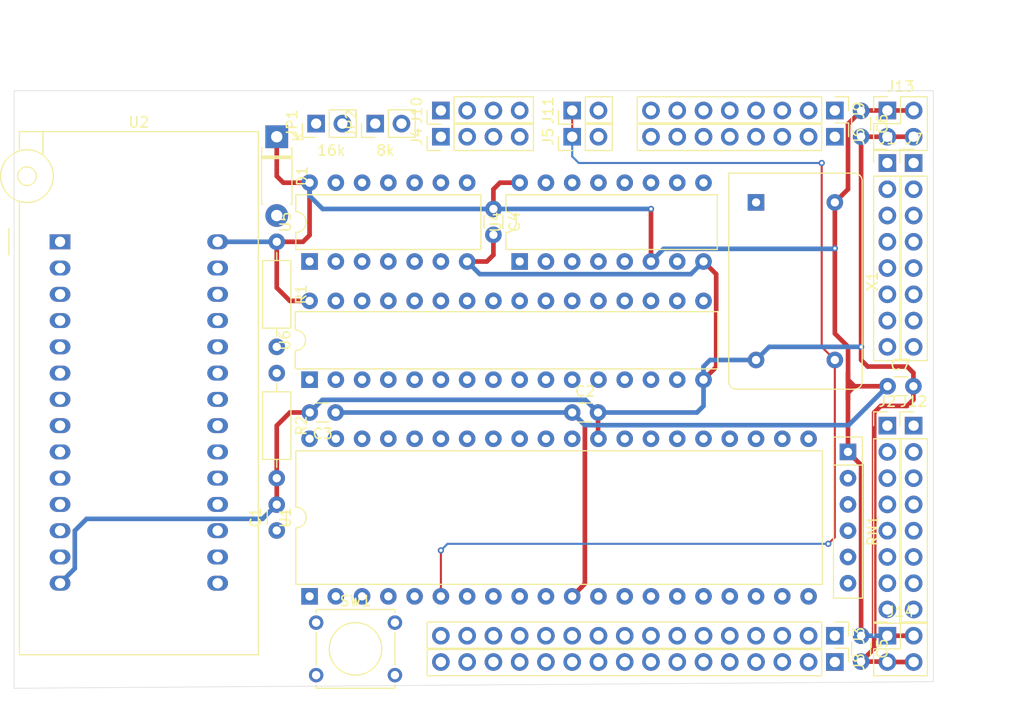
<source format=kicad_pcb>
(kicad_pcb (version 20240108) (generator "pcbnew") (generator_version "8.0")
  (layers (0 "F.Cu" signal) (31 "B.Cu" signal) (34 "B.Paste" user) (35 "F.Paste" user) (36 "B.SilkS" user "B.Silkscreen") (37 "F.SilkS" user "F.Silkscreen") (38 "B.Mask" user) (39 "F.Mask" user) (44 "Edge.Cuts" user))
  (net 0 "")
  (net 1 "Net-(JP1-B)")
  (net 2 "/A13")
  (net 3 "Net-(JP2-B)")
  (net 4 "/A14")
  (net 5 "Net-(U5-Pad3)")
  (net 9 "+5V")
  (net 10 "/~{HALT}")
  (net 11 "/D7")
  (net 12 "/~{WAIT}")
  (net 13 "/~{M1}")
  (net 14 "/A2")
  (net 15 "/D6")
  (net 16 "/~{BUSACK}")
  (net 17 "/~{RFSH}")
  (net 18 "GND")
  (net 19 "/~{BUSRQ}")
  (net 20 "/~{INT}")
  (net 21 "/~{NMI}")
  (net 22 "/D4")
  (net 23 "/A8")
  (net 24 "/D1")
  (net 25 "/A7")
  (net 26 "/A9")
  (net 27 "/A4")
  (net 28 "/A15")
  (net 29 "/A10")
  (net 30 "/CLK")
  (net 31 "/A3")
  (net 32 "/D3")
  (net 33 "/A12")
  (net 34 "/D0")
  (net 35 "/A5")
  (net 36 "/~{RESET}")
  (net 37 "/A6")
  (net 38 "/A0")
  (net 39 "/A1")
  (net 40 "/D2")
  (net 41 "/A11")
  (net 42 "/D5")
  (net 43 "/~{RD}")
  (net 44 "/~{EN_ROM}{slash}EN_RAM")
  (net 45 "/~{IORQ}")
  (net 46 "/I{slash}O0")
  (net 47 "/I{slash}O5")
  (net 48 "/I{slash}O1")
  (net 49 "/I{slash}O2")
  (net 50 "/I{slash}O6")
  (net 51 "/I{slash}O4")
  (net 52 "/I{slash}O7")
  (net 53 "/I{slash}O3")
  (net 55 "/~{MREQ}")
  (net 56 "/~{WR}")
  (net 59 "Net-(SW1-A)")
  (footprint "Connector_PinHeader_2.54mm:PinHeader_1x16_P2.54mm_Vertical" (layer "F.Cu") (at 188.595 117.475 -90)
    (property "Reference" "J3" (at 0 -2.33 90) (layer "F.SilkS"))
    (property "Value" "Conn_01x16")
    (pad "1" thru_hole rect (at 0 0 270) (size 1.7 1.7) (drill 1) (layers "*.Cu" "*.Mask") (net 38 "/A0"))
    (pad "2" thru_hole oval (at 0 2.54 270) (size 1.7 1.7) (drill 1) (layers "*.Cu" "*.Mask") (net 39 "/A1"))
    (pad "3" thru_hole oval (at 0 5.08 270) (size 1.7 1.7) (drill 1) (layers "*.Cu" "*.Mask") (net 14 "/A2"))
    (pad "4" thru_hole oval (at 0 7.62 270) (size 1.7 1.7) (drill 1) (layers "*.Cu" "*.Mask") (net 31 "/A3"))
    (pad "5" thru_hole oval (at 0 10.16 270) (size 1.7 1.7) (drill 1) (layers "*.Cu" "*.Mask") (net 27 "/A4"))
    (pad "6" thru_hole oval (at 0 12.7 270) (size 1.7 1.7) (drill 1) (layers "*.Cu" "*.Mask") (net 35 "/A5"))
    (pad "7" thru_hole oval (at 0 15.24 270) (size 1.7 1.7) (drill 1) (layers "*.Cu" "*.Mask") (net 37 "/A6"))
    (pad "8" thru_hole oval (at 0 17.78 270) (size 1.7 1.7) (drill 1) (layers "*.Cu" "*.Mask") (net 25 "/A7"))
    (pad "9" thru_hole oval (at 0 20.32 270) (size 1.7 1.7) (drill 1) (layers "*.Cu" "*.Mask") (net 23 "/A8"))
    (pad "10" thru_hole oval (at 0 22.86 270) (size 1.7 1.7) (drill 1) (layers "*.Cu" "*.Mask") (net 26 "/A9"))
    (pad "11" thru_hole oval (at 0 25.4 270) (size 1.7 1.7) (drill 1) (layers "*.Cu" "*.Mask") (net 29 "/A10"))
    (pad "12" thru_hole oval (at 0 27.94 270) (size 1.7 1.7) (drill 1) (layers "*.Cu" "*.Mask") (net 41 "/A11"))
    (pad "13" thru_hole oval (at 0 30.48 270) (size 1.7 1.7) (drill 1) (layers "*.Cu" "*.Mask") (net 33 "/A12"))
    (pad "14" thru_hole oval (at 0 33.02 270) (size 1.7 1.7) (drill 1) (layers "*.Cu" "*.Mask") (net 2 "/A13"))
    (pad "15" thru_hole oval (at 0 35.56 270) (size 1.7 1.7) (drill 1) (layers "*.Cu" "*.Mask") (net 4 "/A14"))
    (pad "16" thru_hole oval (at 0 38.1 270) (size 1.7 1.7) (drill 1) (layers "*.Cu" "*.Mask") (net 28 "/A15"))
  )
  (footprint "Connector_PinHeader_2.54mm:PinHeader_2x02_P2.54mm_Vertical" (layer "F.Cu") (at 193.675 66.675)
    (property "Reference" "J13" (at 1.27 -2.33 0) (layer "F.SilkS"))
    (property "Value" "Conn_02x02_Counter_Clockwise")
    (pad "1" thru_hole rect (at 0 0) (size 1.7 1.7) (drill 1) (layers "*.Cu" "*.Mask") (net 9 "+5V"))
    (pad "2" thru_hole oval (at 2.54 0) (size 1.7 1.7) (drill 1) (layers "*.Cu" "*.Mask") (net 9 "+5V"))
    (pad "3" thru_hole oval (at 0 2.54) (size 1.7 1.7) (drill 1) (layers "*.Cu" "*.Mask") (net 18 "GND"))
    (pad "4" thru_hole oval (at 2.54 2.54) (size 1.7 1.7) (drill 1) (layers "*.Cu" "*.Mask") (net 18 "GND"))
  )
  (footprint "Connector_PinHeader_2.54mm:PinHeader_1x08_P2.54mm_Vertical" (layer "F.Cu") (at 193.675 71.755)
    (property "Reference" "J1" (at 0 -2.33 0) (layer "F.SilkS"))
    (property "Value" "Conn_01x08")
    (pad "1" thru_hole rect (at 0 0) (size 1.7 1.7) (drill 1) (layers "*.Cu" "*.Mask") (net 21 "/~{NMI}"))
    (pad "2" thru_hole oval (at 0 2.54) (size 1.7 1.7) (drill 1) (layers "*.Cu" "*.Mask") (net 20 "/~{INT}"))
    (pad "3" thru_hole oval (at 0 5.08) (size 1.7 1.7) (drill 1) (layers "*.Cu" "*.Mask") (net 13 "/~{M1}"))
    (pad "4" thru_hole oval (at 0 7.62) (size 1.7 1.7) (drill 1) (layers "*.Cu" "*.Mask") (net 17 "/~{RFSH}"))
    (pad "5" thru_hole oval (at 0 10.16) (size 1.7 1.7) (drill 1) (layers "*.Cu" "*.Mask") (net 12 "/~{WAIT}"))
    (pad "6" thru_hole oval (at 0 12.7) (size 1.7 1.7) (drill 1) (layers "*.Cu" "*.Mask") (net 10 "/~{HALT}"))
    (pad "7" thru_hole oval (at 0 15.24) (size 1.7 1.7) (drill 1) (layers "*.Cu" "*.Mask") (net 19 "/~{BUSRQ}"))
    (pad "8" thru_hole oval (at 0 17.78) (size 1.7 1.7) (drill 1) (layers "*.Cu" "*.Mask") (net 16 "/~{BUSACK}"))
  )
  (footprint "Socket:DIP_Socket-28_W11.9_W12.7_W15.24_W17.78_W18.5_3M_228-1277-00-0602J" (layer "F.Cu") (at 113.665 79.375)
    (property "Reference" "U2" (at 7.62 -11.56 0) (layer "F.SilkS"))
    (property "Value" "27C512")
    (pad "1" thru_hole rect (at 0 0) (size 2 1.44) (drill 1) (layers "*.Cu" "*.Mask") (net 28 "/A15"))
    (pad "2" thru_hole oval (at 0 2.54) (size 2 1.44) (drill 1) (layers "*.Cu" "*.Mask") (net 33 "/A12"))
    (pad "3" thru_hole oval (at 0 5.08) (size 2 1.44) (drill 1) (layers "*.Cu" "*.Mask") (net 25 "/A7"))
    (pad "4" thru_hole oval (at 0 7.62) (size 2 1.44) (drill 1) (layers "*.Cu" "*.Mask") (net 37 "/A6"))
    (pad "5" thru_hole oval (at 0 10.16) (size 2 1.44) (drill 1) (layers "*.Cu" "*.Mask") (net 35 "/A5"))
    (pad "6" thru_hole oval (at 0 12.7) (size 2 1.44) (drill 1) (layers "*.Cu" "*.Mask") (net 27 "/A4"))
    (pad "7" thru_hole oval (at 0 15.24) (size 2 1.44) (drill 1) (layers "*.Cu" "*.Mask") (net 31 "/A3"))
    (pad "8" thru_hole oval (at 0 17.78) (size 2 1.44) (drill 1) (layers "*.Cu" "*.Mask") (net 14 "/A2"))
    (pad "9" thru_hole oval (at 0 20.32) (size 2 1.44) (drill 1) (layers "*.Cu" "*.Mask") (net 39 "/A1"))
    (pad "10" thru_hole oval (at 0 22.86) (size 2 1.44) (drill 1) (layers "*.Cu" "*.Mask") (net 38 "/A0"))
    (pad "11" thru_hole oval (at 0 25.4) (size 2 1.44) (drill 1) (layers "*.Cu" "*.Mask") (net 34 "/D0"))
    (pad "12" thru_hole oval (at 0 27.94) (size 2 1.44) (drill 1) (layers "*.Cu" "*.Mask") (net 24 "/D1"))
    (pad "13" thru_hole oval (at 0 30.48) (size 2 1.44) (drill 1) (layers "*.Cu" "*.Mask") (net 40 "/D2"))
    (pad "14" thru_hole oval (at 0 33.02) (size 2 1.44) (drill 1) (layers "*.Cu" "*.Mask") (net 18 "GND"))
    (pad "15" thru_hole oval (at 15.24 33.02) (size 2 1.44) (drill 1) (layers "*.Cu" "*.Mask") (net 32 "/D3"))
    (pad "16" thru_hole oval (at 15.24 30.48) (size 2 1.44) (drill 1) (layers "*.Cu" "*.Mask") (net 22 "/D4"))
    (pad "17" thru_hole oval (at 15.24 27.94) (size 2 1.44) (drill 1) (layers "*.Cu" "*.Mask") (net 42 "/D5"))
    (pad "18" thru_hole oval (at 15.24 25.4) (size 2 1.44) (drill 1) (layers "*.Cu" "*.Mask") (net 15 "/D6"))
    (pad "19" thru_hole oval (at 15.24 22.86) (size 2 1.44) (drill 1) (layers "*.Cu" "*.Mask") (net 11 "/D7"))
    (pad "20" thru_hole oval (at 15.24 20.32) (size 2 1.44) (drill 1) (layers "*.Cu" "*.Mask") (net 44 "/~{EN_ROM}{slash}EN_RAM"))
    (pad "21" thru_hole oval (at 15.24 17.78) (size 2 1.44) (drill 1) (layers "*.Cu" "*.Mask") (net 29 "/A10"))
    (pad "22" thru_hole oval (at 15.24 15.24) (size 2 1.44) (drill 1) (layers "*.Cu" "*.Mask") (net 43 "/~{RD}"))
    (pad "23" thru_hole oval (at 15.24 12.7) (size 2 1.44) (drill 1) (layers "*.Cu" "*.Mask") (net 41 "/A11"))
    (pad "24" thru_hole oval (at 15.24 10.16) (size 2 1.44) (drill 1) (layers "*.Cu" "*.Mask") (net 26 "/A9"))
    (pad "25" thru_hole oval (at 15.24 7.62) (size 2 1.44) (drill 1) (layers "*.Cu" "*.Mask") (net 23 "/A8"))
    (pad "26" thru_hole oval (at 15.24 5.08) (size 2 1.44) (drill 1) (layers "*.Cu" "*.Mask") (net 2 "/A13"))
    (pad "27" thru_hole oval (at 15.24 2.54) (size 2 1.44) (drill 1) (layers "*.Cu" "*.Mask") (net 4 "/A14"))
    (pad "28" thru_hole oval (at 15.24 0) (size 2 1.44) (drill 1) (layers "*.Cu" "*.Mask") (net 9 "+5V"))
  )
  (footprint "Oscillator:Oscillator_DIP-14" (layer "F.Cu") (at 180.975 75.565 -90)
    (property "Reference" "X1" (at 7.62 -11.26 90) (layer "F.SilkS"))
    (property "Value" "GTXO-14T")
    (pad "1" thru_hole rect (at 0 0 270) (size 1.6 1.6) (drill 0.8) (layers "*.Cu" "*.Mask"))
    (pad "7" thru_hole circle (at 15.24 0 270) (size 1.6 1.6) (drill 0.8) (layers "*.Cu" "*.Mask") (net 18 "GND"))
    (pad "8" thru_hole circle (at 15.24 -7.62 270) (size 1.6 1.6) (drill 0.8) (layers "*.Cu" "*.Mask") (net 30 "/CLK"))
    (pad "14" thru_hole circle (at 0 -7.62 270) (size 1.6 1.6) (drill 0.8) (layers "*.Cu" "*.Mask") (net 9 "+5V"))
  )
  (footprint "Package_DIP:DIP-32_W7.62mm" (layer "F.Cu") (at 137.795 92.71 90)
    (property "Reference" "U6" (at 3.81 -2.39 90) (layer "F.SilkS"))
    (property "Value" "24M512")
    (pad "1" thru_hole rect (at 0 0 90) (size 1.6 1.6) (drill 0.8) (layers "*.Cu" "*.Mask"))
    (pad "2" thru_hole oval (at 0 2.54 90) (size 1.6 1.6) (drill 0.8) (layers "*.Cu" "*.Mask"))
    (pad "3" thru_hole oval (at 0 5.08 90) (size 1.6 1.6) (drill 0.8) (layers "*.Cu" "*.Mask") (net 4 "/A14"))
    (pad "4" thru_hole oval (at 0 7.62 90) (size 1.6 1.6) (drill 0.8) (layers "*.Cu" "*.Mask") (net 33 "/A12"))
    (pad "5" thru_hole oval (at 0 10.16 90) (size 1.6 1.6) (drill 0.8) (layers "*.Cu" "*.Mask") (net 25 "/A7"))
    (pad "6" thru_hole oval (at 0 12.7 90) (size 1.6 1.6) (drill 0.8) (layers "*.Cu" "*.Mask") (net 37 "/A6"))
    (pad "7" thru_hole oval (at 0 15.24 90) (size 1.6 1.6) (drill 0.8) (layers "*.Cu" "*.Mask") (net 35 "/A5"))
    (pad "8" thru_hole oval (at 0 17.78 90) (size 1.6 1.6) (drill 0.8) (layers "*.Cu" "*.Mask") (net 27 "/A4"))
    (pad "9" thru_hole oval (at 0 20.32 90) (size 1.6 1.6) (drill 0.8) (layers "*.Cu" "*.Mask") (net 31 "/A3"))
    (pad "10" thru_hole oval (at 0 22.86 90) (size 1.6 1.6) (drill 0.8) (layers "*.Cu" "*.Mask") (net 14 "/A2"))
    (pad "11" thru_hole oval (at 0 25.4 90) (size 1.6 1.6) (drill 0.8) (layers "*.Cu" "*.Mask") (net 39 "/A1"))
    (pad "12" thru_hole oval (at 0 27.94 90) (size 1.6 1.6) (drill 0.8) (layers "*.Cu" "*.Mask") (net 38 "/A0"))
    (pad "13" thru_hole oval (at 0 30.48 90) (size 1.6 1.6) (drill 0.8) (layers "*.Cu" "*.Mask") (net 34 "/D0"))
    (pad "14" thru_hole oval (at 0 33.02 90) (size 1.6 1.6) (drill 0.8) (layers "*.Cu" "*.Mask") (net 24 "/D1"))
    (pad "15" thru_hole oval (at 0 35.56 90) (size 1.6 1.6) (drill 0.8) (layers "*.Cu" "*.Mask") (net 40 "/D2"))
    (pad "16" thru_hole oval (at 0 38.1 90) (size 1.6 1.6) (drill 0.8) (layers "*.Cu" "*.Mask") (net 18 "GND"))
    (pad "17" thru_hole oval (at 7.62 38.1 90) (size 1.6 1.6) (drill 0.8) (layers "*.Cu" "*.Mask") (net 32 "/D3"))
    (pad "18" thru_hole oval (at 7.62 35.56 90) (size 1.6 1.6) (drill 0.8) (layers "*.Cu" "*.Mask") (net 22 "/D4"))
    (pad "19" thru_hole oval (at 7.62 33.02 90) (size 1.6 1.6) (drill 0.8) (layers "*.Cu" "*.Mask") (net 42 "/D5"))
    (pad "20" thru_hole oval (at 7.62 30.48 90) (size 1.6 1.6) (drill 0.8) (layers "*.Cu" "*.Mask") (net 15 "/D6"))
    (pad "21" thru_hole oval (at 7.62 27.94 90) (size 1.6 1.6) (drill 0.8) (layers "*.Cu" "*.Mask") (net 11 "/D7"))
    (pad "22" thru_hole oval (at 7.62 25.4 90) (size 1.6 1.6) (drill 0.8) (layers "*.Cu" "*.Mask") (net 55 "/~{MREQ}"))
    (pad "23" thru_hole oval (at 7.62 22.86 90) (size 1.6 1.6) (drill 0.8) (layers "*.Cu" "*.Mask") (net 29 "/A10"))
    (pad "24" thru_hole oval (at 7.62 20.32 90) (size 1.6 1.6) (drill 0.8) (layers "*.Cu" "*.Mask") (net 43 "/~{RD}"))
    (pad "25" thru_hole oval (at 7.62 17.78 90) (size 1.6 1.6) (drill 0.8) (layers "*.Cu" "*.Mask") (net 41 "/A11"))
    (pad "26" thru_hole oval (at 7.62 15.24 90) (size 1.6 1.6) (drill 0.8) (layers "*.Cu" "*.Mask") (net 26 "/A9"))
    (pad "27" thru_hole oval (at 7.62 12.7 90) (size 1.6 1.6) (drill 0.8) (layers "*.Cu" "*.Mask") (net 23 "/A8"))
    (pad "28" thru_hole oval (at 7.62 10.16 90) (size 1.6 1.6) (drill 0.8) (layers "*.Cu" "*.Mask") (net 2 "/A13"))
    (pad "29" thru_hole oval (at 7.62 7.62 90) (size 1.6 1.6) (drill 0.8) (layers "*.Cu" "*.Mask") (net 56 "/~{WR}"))
    (pad "30" thru_hole oval (at 7.62 5.08 90) (size 1.6 1.6) (drill 0.8) (layers "*.Cu" "*.Mask") (net 44 "/~{EN_ROM}{slash}EN_RAM"))
    (pad "31" thru_hole oval (at 7.62 2.54 90) (size 1.6 1.6) (drill 0.8) (layers "*.Cu" "*.Mask") (net 28 "/A15"))
    (pad "32" thru_hole oval (at 7.62 0 90) (size 1.6 1.6) (drill 0.8) (layers "*.Cu" "*.Mask") (net 9 "+5V"))
  )
  (footprint "Connector_PinHeader_2.54mm:PinHeader_1x02_P2.54mm_Vertical" (layer "F.Cu") (at 163.195 69.215 90)
    (property "Reference" "J5" (at 0 -2.33 90) (layer "F.SilkS"))
    (property "Value" "Conn_01x02")
    (pad "1" thru_hole rect (at 0 0 90) (size 1.7 1.7) (drill 1) (layers "*.Cu" "*.Mask") (net 30 "/CLK"))
    (pad "2" thru_hole oval (at 0 2.54 90) (size 1.7 1.7) (drill 1) (layers "*.Cu" "*.Mask") (net 36 "/~{RESET}"))
  )
  (footprint "Capacitor_THT:C_Disc_D3.0mm_W1.6mm_P2.50mm" (layer "F.Cu") (at 155.575 76.2 -90)
    (property "Reference" "C4" (at 1.25 -2.05 90) (layer "F.SilkS"))
    (property "Value" "C_Small")
    (pad "1" thru_hole circle (at 0 0 270) (size 1.6 1.6) (drill 0.8) (layers "*.Cu" "*.Mask") (net 9 "+5V"))
    (pad "2" thru_hole circle (at 2.5 0 270) (size 1.6 1.6) (drill 0.8) (layers "*.Cu" "*.Mask") (net 18 "GND"))
  )
  (footprint "Resistor_THT:R_Axial_DIN0207_L6.3mm_D2.5mm_P10.16mm_Horizontal" (layer "F.Cu") (at 134.62 79.375 -90)
    (property "Reference" "R1" (at 5.08 -2.37 90) (layer "F.SilkS"))
    (property "Value" "1k")
    (pad "1" thru_hole circle (at 0 0 270) (size 1.6 1.6) (drill 0.8) (layers "*.Cu" "*.Mask") (net 9 "+5V"))
    (pad "2" thru_hole oval (at 10.16 0 270) (size 1.6 1.6) (drill 0.8) (layers "*.Cu" "*.Mask") (net 36 "/~{RESET}"))
  )
  (footprint "Diode_THT:D_DO-41_SOD81_P7.62mm_Horizontal" (layer "F.Cu") (at 134.62 69.215 -90)
    (property "Reference" "D1" (at 3.81 -2.47 90) (layer "F.SilkS"))
    (property "Value" "D")
    (fp_text user "K" (at 0 -2.1 90) (layer "F.SilkS"))
    (pad "1" thru_hole rect (at 0 0 270) (size 2.2 2.2) (drill 1.1) (layers "*.Cu" "*.Mask") (net 9 "+5V"))
    (pad "2" thru_hole oval (at 7.62 0 270) (size 2.2 2.2) (drill 1.1) (layers "*.Cu" "*.Mask") (net 36 "/~{RESET}"))
  )
  (footprint "Capacitor_THT:C_Disc_D3.0mm_W1.6mm_P2.50mm" (layer "F.Cu") (at 163.195 95.885)
    (property "Reference" "C2" (at 1.25 -2.05 360) (layer "F.SilkS"))
    (property "Value" "C_Small")
    (pad "1" thru_hole circle (at 0 0) (size 1.6 1.6) (drill 0.8) (layers "*.Cu" "*.Mask") (net 9 "+5V"))
    (pad "2" thru_hole circle (at 2.5 0) (size 1.6 1.6) (drill 0.8) (layers "*.Cu" "*.Mask") (net 18 "GND"))
  )
  (footprint "Connector_PinHeader_2.54mm:PinHeader_1x08_P2.54mm_Vertical" (layer "F.Cu") (at 193.675 97.155)
    (property "Reference" "J2" (at 0 -2.33 0) (layer "F.SilkS"))
    (property "Value" "Conn_01x08")
    (pad "1" thru_hole rect (at 0 0) (size 1.7 1.7) (drill 1) (layers "*.Cu" "*.Mask") (net 46 "/I{slash}O0"))
    (pad "2" thru_hole oval (at 0 2.54) (size 1.7 1.7) (drill 1) (layers "*.Cu" "*.Mask") (net 48 "/I{slash}O1"))
    (pad "3" thru_hole oval (at 0 5.08) (size 1.7 1.7) (drill 1) (layers "*.Cu" "*.Mask") (net 49 "/I{slash}O2"))
    (pad "4" thru_hole oval (at 0 7.62) (size 1.7 1.7) (drill 1) (layers "*.Cu" "*.Mask") (net 53 "/I{slash}O3"))
    (pad "5" thru_hole oval (at 0 10.16) (size 1.7 1.7) (drill 1) (layers "*.Cu" "*.Mask") (net 51 "/I{slash}O4"))
    (pad "6" thru_hole oval (at 0 12.7) (size 1.7 1.7) (drill 1) (layers "*.Cu" "*.Mask") (net 47 "/I{slash}O5"))
    (pad "7" thru_hole oval (at 0 15.24) (size 1.7 1.7) (drill 1) (layers "*.Cu" "*.Mask") (net 50 "/I{slash}O6"))
    (pad "8" thru_hole oval (at 0 17.78) (size 1.7 1.7) (drill 1) (layers "*.Cu" "*.Mask") (net 52 "/I{slash}O7"))
  )
  (footprint "Connector_PinHeader_2.54mm:PinHeader_1x04_P2.54mm_Vertical" (layer "F.Cu") (at 150.495 66.675 90)
    (property "Reference" "J10" (at 0 -2.33 90) (layer "F.SilkS"))
    (property "Value" "Conn_01x04")
    (pad "1" thru_hole rect (at 0 0 90) (size 1.7 1.7) (drill 1) (layers "*.Cu" "*.Mask") (net 43 "/~{RD}"))
    (pad "2" thru_hole oval (at 0 2.54 90) (size 1.7 1.7) (drill 1) (layers "*.Cu" "*.Mask") (net 56 "/~{WR}"))
    (pad "3" thru_hole oval (at 0 5.08 90) (size 1.7 1.7) (drill 1) (layers "*.Cu" "*.Mask") (net 55 "/~{MREQ}"))
    (pad "4" thru_hole oval (at 0 7.62 90) (size 1.7 1.7) (drill 1) (layers "*.Cu" "*.Mask") (net 45 "/~{IORQ}"))
  )
  (footprint "Connector_PinHeader_2.54mm:PinHeader_1x08_P2.54mm_Vertical" (layer "F.Cu") (at 196.215 71.755)
    (property "Reference" "J7" (at 0 -2.33 0) (layer "F.SilkS"))
    (property "Value" "Conn_01x08")
    (pad "1" thru_hole rect (at 0 0) (size 1.7 1.7) (drill 1) (layers "*.Cu" "*.Mask") (net 21 "/~{NMI}"))
    (pad "2" thru_hole oval (at 0 2.54) (size 1.7 1.7) (drill 1) (layers "*.Cu" "*.Mask") (net 20 "/~{INT}"))
    (pad "3" thru_hole oval (at 0 5.08) (size 1.7 1.7) (drill 1) (layers "*.Cu" "*.Mask") (net 13 "/~{M1}"))
    (pad "4" thru_hole oval (at 0 7.62) (size 1.7 1.7) (drill 1) (layers "*.Cu" "*.Mask") (net 17 "/~{RFSH}"))
    (pad "5" thru_hole oval (at 0 10.16) (size 1.7 1.7) (drill 1) (layers "*.Cu" "*.Mask") (net 12 "/~{WAIT}"))
    (pad "6" thru_hole oval (at 0 12.7) (size 1.7 1.7) (drill 1) (layers "*.Cu" "*.Mask") (net 10 "/~{HALT}"))
    (pad "7" thru_hole oval (at 0 15.24) (size 1.7 1.7) (drill 1) (layers "*.Cu" "*.Mask") (net 19 "/~{BUSRQ}"))
    (pad "8" thru_hole oval (at 0 17.78) (size 1.7 1.7) (drill 1) (layers "*.Cu" "*.Mask") (net 16 "/~{BUSACK}"))
  )
  (footprint "Resistor_THT:R_Array_SIP6" (layer "F.Cu") (at 189.865 99.695 -90)
    (property "Reference" "RN1" (at 7.62 -2.4 90) (layer "F.SilkS"))
    (property "Value" "R_Network05")
    (pad "1" thru_hole rect (at 0 0 270) (size 1.6 1.6) (drill 0.8) (layers "*.Cu" "*.Mask") (net 9 "+5V"))
    (pad "2" thru_hole oval (at 2.54 0 270) (size 1.6 1.6) (drill 0.8) (layers "*.Cu" "*.Mask"))
    (pad "3" thru_hole oval (at 5.08 0 270) (size 1.6 1.6) (drill 0.8) (layers "*.Cu" "*.Mask") (net 19 "/~{BUSRQ}"))
    (pad "4" thru_hole oval (at 7.62 0 270) (size 1.6 1.6) (drill 0.8) (layers "*.Cu" "*.Mask") (net 21 "/~{NMI}"))
    (pad "5" thru_hole oval (at 10.16 0 270) (size 1.6 1.6) (drill 0.8) (layers "*.Cu" "*.Mask") (net 20 "/~{INT}"))
    (pad "6" thru_hole oval (at 12.7 0 270) (size 1.6 1.6) (drill 0.8) (layers "*.Cu" "*.Mask") (net 12 "/~{WAIT}"))
  )
  (footprint "Connector_PinHeader_2.54mm:PinHeader_1x08_P2.54mm_Vertical" (layer "F.Cu") (at 196.215 97.155)
    (property "Reference" "J12" (at 0 -2.33 0) (layer "F.SilkS"))
    (property "Value" "Conn_01x08")
    (pad "1" thru_hole rect (at 0 0) (size 1.7 1.7) (drill 1) (layers "*.Cu" "*.Mask") (net 46 "/I{slash}O0"))
    (pad "2" thru_hole oval (at 0 2.54) (size 1.7 1.7) (drill 1) (layers "*.Cu" "*.Mask") (net 48 "/I{slash}O1"))
    (pad "3" thru_hole oval (at 0 5.08) (size 1.7 1.7) (drill 1) (layers "*.Cu" "*.Mask") (net 49 "/I{slash}O2"))
    (pad "4" thru_hole oval (at 0 7.62) (size 1.7 1.7) (drill 1) (layers "*.Cu" "*.Mask") (net 53 "/I{slash}O3"))
    (pad "5" thru_hole oval (at 0 10.16) (size 1.7 1.7) (drill 1) (layers "*.Cu" "*.Mask") (net 51 "/I{slash}O4"))
    (pad "6" thru_hole oval (at 0 12.7) (size 1.7 1.7) (drill 1) (layers "*.Cu" "*.Mask") (net 47 "/I{slash}O5"))
    (pad "7" thru_hole oval (at 0 15.24) (size 1.7 1.7) (drill 1) (layers "*.Cu" "*.Mask") (net 50 "/I{slash}O6"))
    (pad "8" thru_hole oval (at 0 17.78) (size 1.7 1.7) (drill 1) (layers "*.Cu" "*.Mask") (net 52 "/I{slash}O7"))
  )
  (footprint "Package_DIP:DIP-14_W7.62mm" (layer "F.Cu") (at 137.795 81.28 90)
    (property "Reference" "U5" (at 3.81 -2.33 90) (layer "F.SilkS"))
    (property "Value" "74LS32")
    (pad "1" thru_hole rect (at 0 0 90) (size 1.6 1.6) (drill 0.8) (layers "*.Cu" "*.Mask") (net 1 "Net-(JP1-B)"))
    (pad "2" thru_hole oval (at 0 2.54 90) (size 1.6 1.6) (drill 0.8) (layers "*.Cu" "*.Mask") (net 28 "/A15"))
    (pad "3" thru_hole oval (at 0 5.08 90) (size 1.6 1.6) (drill 0.8) (layers "*.Cu" "*.Mask") (net 5 "Net-(U5-Pad3)"))
    (pad "4" thru_hole oval (at 0 7.62 90) (size 1.6 1.6) (drill 0.8) (layers "*.Cu" "*.Mask") (net 3 "Net-(JP2-B)"))
    (pad "5" thru_hole oval (at 0 10.16 90) (size 1.6 1.6) (drill 0.8) (layers "*.Cu" "*.Mask") (net 5 "Net-(U5-Pad3)"))
    (pad "6" thru_hole oval (at 0 12.7 90) (size 1.6 1.6) (drill 0.8) (layers "*.Cu" "*.Mask") (net 44 "/~{EN_ROM}{slash}EN_RAM"))
    (pad "7" thru_hole oval (at 0 15.24 90) (size 1.6 1.6) (drill 0.8) (layers "*.Cu" "*.Mask") (net 18 "GND"))
    (pad "8" thru_hole oval (at 7.62 15.24 90) (size 1.6 1.6) (drill 0.8) (layers "*.Cu" "*.Mask"))
    (pad "9" thru_hole oval (at 7.62 12.7 90) (size 1.6 1.6) (drill 0.8) (layers "*.Cu" "*.Mask") (net 18 "GND"))
    (pad "10" thru_hole oval (at 7.62 10.16 90) (size 1.6 1.6) (drill 0.8) (layers "*.Cu" "*.Mask") (net 18 "GND"))
    (pad "11" thru_hole oval (at 7.62 7.62 90) (size 1.6 1.6) (drill 0.8) (layers "*.Cu" "*.Mask"))
    (pad "12" thru_hole oval (at 7.62 5.08 90) (size 1.6 1.6) (drill 0.8) (layers "*.Cu" "*.Mask") (net 18 "GND"))
    (pad "13" thru_hole oval (at 7.62 2.54 90) (size 1.6 1.6) (drill 0.8) (layers "*.Cu" "*.Mask") (net 18 "GND"))
    (pad "14" thru_hole oval (at 7.62 0 90) (size 1.6 1.6) (drill 0.8) (layers "*.Cu" "*.Mask") (net 9 "+5V"))
  )
  (footprint "Connector_PinHeader_2.54mm:PinHeader_1x02_P2.54mm_Vertical" (layer "F.Cu") (at 163.195 66.675 90)
    (property "Reference" "J11" (at 0 -2.33 90) (layer "F.SilkS"))
    (property "Value" "Conn_01x02")
    (pad "1" thru_hole rect (at 0 0 90) (size 1.7 1.7) (drill 1) (layers "*.Cu" "*.Mask") (net 30 "/CLK"))
    (pad "2" thru_hole oval (at 0 2.54 90) (size 1.7 1.7) (drill 1) (layers "*.Cu" "*.Mask") (net 36 "/~{RESET}"))
  )
  (footprint "Button_Switch_THT:SW_Tactile_Straight_KSA0Axx1LFTR" (layer "F.Cu") (at 138.43 116.205)
    (property "Reference" "SW1" (at 3.81 -2.08 0) (layer "F.SilkS"))
    (property "Value" "SW_SPST")
    (pad "1" thru_hole circle (at 0 0) (size 1.397 1.397) (drill 0.8128) (layers "*.Cu" "*.Mask") (net 59 "Net-(SW1-A)"))
    (pad "1" thru_hole circle (at 7.62 0) (size 1.397 1.397) (drill 0.8128) (layers "*.Cu" "*.Mask") (net 59 "Net-(SW1-A)"))
    (pad "2" thru_hole circle (at 0 5.08) (size 1.397 1.397) (drill 0.8128) (layers "*.Cu" "*.Mask") (net 36 "/~{RESET}"))
    (pad "2" thru_hole circle (at 7.62 5.08) (size 1.397 1.397) (drill 0.8128) (layers "*.Cu" "*.Mask") (net 36 "/~{RESET}"))
  )
  (footprint "Resistor_THT:R_Axial_DIN0207_L6.3mm_D2.5mm_P10.16mm_Horizontal" (layer "F.Cu") (at 134.62 92.075 -90)
    (property "Reference" "R2" (at 5.08 -2.37 90) (layer "F.SilkS"))
    (property "Value" "100")
    (pad "1" thru_hole circle (at 0 0 270) (size 1.6 1.6) (drill 0.8) (layers "*.Cu" "*.Mask") (net 59 "Net-(SW1-A)"))
    (pad "2" thru_hole oval (at 10.16 0 270) (size 1.6 1.6) (drill 0.8) (layers "*.Cu" "*.Mask") (net 18 "GND"))
  )
  (footprint "Connector_PinHeader_2.54mm:PinHeader_1x08_P2.54mm_Vertical" (layer "F.Cu") (at 188.595 69.215 -90)
    (property "Reference" "J6" (at 0 -2.33 90) (layer "F.SilkS"))
    (property "Value" "Conn_01x08")
    (pad "1" thru_hole rect (at 0 0 270) (size 1.7 1.7) (drill 1) (layers "*.Cu" "*.Mask") (net 34 "/D0"))
    (pad "2" thru_hole oval (at 0 2.54 270) (size 1.7 1.7) (drill 1) (layers "*.Cu" "*.Mask") (net 24 "/D1"))
    (pad "3" thru_hole oval (at 0 5.08 270) (size 1.7 1.7) (drill 1) (layers "*.Cu" "*.Mask") (net 40 "/D2"))
    (pad "4" thru_hole oval (at 0 7.62 270) (size 1.7 1.7) (drill 1) (layers "*.Cu" "*.Mask") (net 32 "/D3"))
    (pad "5" thru_hole oval (at 0 10.16 270) (size 1.7 1.7) (drill 1) (layers "*.Cu" "*.Mask") (net 22 "/D4"))
    (pad "6" thru_hole oval (at 0 12.7 270) (size 1.7 1.7) (drill 1) (layers "*.Cu" "*.Mask") (net 42 "/D5"))
    (pad "7" thru_hole oval (at 0 15.24 270) (size 1.7 1.7) (drill 1) (layers "*.Cu" "*.Mask") (net 15 "/D6"))
    (pad "8" thru_hole oval (at 0 17.78 270) (size 1.7 1.7) (drill 1) (layers "*.Cu" "*.Mask") (net 11 "/D7"))
  )
  (footprint "Connector_PinHeader_2.54mm:PinHeader_2x02_P2.54mm_Vertical" (layer "F.Cu") (at 193.675 117.475)
    (property "Reference" "J14" (at 1.27 -2.33 0) (layer "F.SilkS"))
    (property "Value" "Conn_02x02_Counter_Clockwise")
    (pad "1" thru_hole rect (at 0 0) (size 1.7 1.7) (drill 1) (layers "*.Cu" "*.Mask") (net 9 "+5V"))
    (pad "2" thru_hole oval (at 2.54 0) (size 1.7 1.7) (drill 1) (layers "*.Cu" "*.Mask") (net 9 "+5V"))
    (pad "3" thru_hole oval (at 0 2.54) (size 1.7 1.7) (drill 1) (layers "*.Cu" "*.Mask") (net 18 "GND"))
    (pad "4" thru_hole oval (at 2.54 2.54) (size 1.7 1.7) (drill 1) (layers "*.Cu" "*.Mask") (net 18 "GND"))
  )
  (footprint "Capacitor_THT:C_Disc_D3.0mm_W1.6mm_P2.50mm" (layer "F.Cu") (at 191.135 117.475 -90)
    (property "Reference" "C5" (at 1.25 -2.05 90) (layer "F.SilkS"))
    (property "Value" "C_Small")
    (pad "1" thru_hole circle (at 0 0 270) (size 1.6 1.6) (drill 0.8) (layers "*.Cu" "*.Mask") (net 9 "+5V"))
    (pad "2" thru_hole circle (at 2.5 0 270) (size 1.6 1.6) (drill 0.8) (layers "*.Cu" "*.Mask") (net 18 "GND"))
  )
  (footprint "Package_DIP:DIP-16_W7.62mm" (layer "F.Cu") (at 158.115 81.28 90)
    (property "Reference" "U4" (at 3.81 -2.33 90) (layer "F.SilkS"))
    (property "Value" "74LS138")
    (pad "1" thru_hole rect (at 0 0 90) (size 1.6 1.6) (drill 0.8) (layers "*.Cu" "*.Mask") (net 35 "/A5"))
    (pad "2" thru_hole oval (at 0 2.54 90) (size 1.6 1.6) (drill 0.8) (layers "*.Cu" "*.Mask") (net 37 "/A6"))
    (pad "3" thru_hole oval (at 0 5.08 90) (size 1.6 1.6) (drill 0.8) (layers "*.Cu" "*.Mask") (net 25 "/A7"))
    (pad "4" thru_hole oval (at 0 7.62 90) (size 1.6 1.6) (drill 0.8) (layers "*.Cu" "*.Mask") (net 45 "/~{IORQ}"))
    (pad "5" thru_hole oval (at 0 10.16 90) (size 1.6 1.6) (drill 0.8) (layers "*.Cu" "*.Mask") (net 45 "/~{IORQ}"))
    (pad "6" thru_hole oval (at 0 12.7 90) (size 1.6 1.6) (drill 0.8) (layers "*.Cu" "*.Mask") (net 9 "+5V"))
    (pad "7" thru_hole oval (at 0 15.24 90) (size 1.6 1.6) (drill 0.8) (layers "*.Cu" "*.Mask") (net 52 "/I{slash}O7"))
    (pad "8" thru_hole oval (at 0 17.78 90) (size 1.6 1.6) (drill 0.8) (layers "*.Cu" "*.Mask") (net 18 "GND"))
    (pad "9" thru_hole oval (at 7.62 17.78 90) (size 1.6 1.6) (drill 0.8) (layers "*.Cu" "*.Mask") (net 50 "/I{slash}O6"))
    (pad "10" thru_hole oval (at 7.62 15.24 90) (size 1.6 1.6) (drill 0.8) (layers "*.Cu" "*.Mask") (net 47 "/I{slash}O5"))
    (pad "11" thru_hole oval (at 7.62 12.7 90) (size 1.6 1.6) (drill 0.8) (layers "*.Cu" "*.Mask") (net 51 "/I{slash}O4"))
    (pad "12" thru_hole oval (at 7.62 10.16 90) (size 1.6 1.6) (drill 0.8) (layers "*.Cu" "*.Mask") (net 53 "/I{slash}O3"))
    (pad "13" thru_hole oval (at 7.62 7.62 90) (size 1.6 1.6) (drill 0.8) (layers "*.Cu" "*.Mask") (net 49 "/I{slash}O2"))
    (pad "14" thru_hole oval (at 7.62 5.08 90) (size 1.6 1.6) (drill 0.8) (layers "*.Cu" "*.Mask") (net 48 "/I{slash}O1"))
    (pad "15" thru_hole oval (at 7.62 2.54 90) (size 1.6 1.6) (drill 0.8) (layers "*.Cu" "*.Mask") (net 46 "/I{slash}O0"))
    (pad "16" thru_hole oval (at 7.62 0 90) (size 1.6 1.6) (drill 0.8) (layers "*.Cu" "*.Mask") (net 9 "+5V"))
  )
  (footprint "Connector_PinHeader_2.54mm:PinHeader_1x02_P2.54mm_Vertical" (layer "F.Cu") (at 144.145 67.945 90)
    (property "Reference" "JP2" (at 0 -2.33 90) (layer "F.SilkS"))
    (property "Value" "Jumper_2_Open")
    (pad "1" thru_hole rect (at 0 0 90) (size 1.7 1.7) (drill 1) (layers "*.Cu" "*.Mask") (net 2 "/A13"))
    (pad "2" thru_hole oval (at 0 2.54 90) (size 1.7 1.7) (drill 1) (layers "*.Cu" "*.Mask") (net 3 "Net-(JP2-B)"))
  )
  (footprint "Capacitor_THT:C_Disc_D3.0mm_W1.6mm_P2.50mm" (layer "F.Cu") (at 140.315 95.885 180)
    (property "Reference" "C3" (at 1.25 -2.05 0) (layer "F.SilkS"))
    (property "Value" "C_Small")
    (pad "1" thru_hole circle (at 0 0 180) (size 1.6 1.6) (drill 0.8) (layers "*.Cu" "*.Mask") (net 9 "+5V"))
    (pad "2" thru_hole circle (at 2.5 0 180) (size 1.6 1.6) (drill 0.8) (layers "*.Cu" "*.Mask") (net 18 "GND"))
  )
  (footprint "Connector_PinHeader_2.54mm:PinHeader_1x08_P2.54mm_Vertical" (layer "F.Cu") (at 188.595 66.675 -90)
    (property "Reference" "J9" (at 0 -2.33 90) (layer "F.SilkS"))
    (property "Value" "Conn_01x08")
    (pad "1" thru_hole rect (at 0 0 270) (size 1.7 1.7) (drill 1) (layers "*.Cu" "*.Mask") (net 34 "/D0"))
    (pad "2" thru_hole oval (at 0 2.54 270) (size 1.7 1.7) (drill 1) (layers "*.Cu" "*.Mask") (net 24 "/D1"))
    (pad "3" thru_hole oval (at 0 5.08 270) (size 1.7 1.7) (drill 1) (layers "*.Cu" "*.Mask") (net 40 "/D2"))
    (pad "4" thru_hole oval (at 0 7.62 270) (size 1.7 1.7) (drill 1) (layers "*.Cu" "*.Mask") (net 32 "/D3"))
    (pad "5" thru_hole oval (at 0 10.16 270) (size 1.7 1.7) (drill 1) (layers "*.Cu" "*.Mask") (net 22 "/D4"))
    (pad "6" thru_hole oval (at 0 12.7 270) (size 1.7 1.7) (drill 1) (layers "*.Cu" "*.Mask") (net 42 "/D5"))
    (pad "7" thru_hole oval (at 0 15.24 270) (size 1.7 1.7) (drill 1) (layers "*.Cu" "*.Mask") (net 15 "/D6"))
    (pad "8" thru_hole oval (at 0 17.78 270) (size 1.7 1.7) (drill 1) (layers "*.Cu" "*.Mask") (net 11 "/D7"))
  )
  (footprint "Package_DIP:DIP-40_W15.24mm" (layer "F.Cu") (at 137.795 113.665 90)
    (property "Reference" "U1" (at 7.62 -2.33 90) (layer "F.SilkS"))
    (property "Value" "Z80CPU")
    (pad "1" thru_hole rect (at 0 0 90) (size 1.6 1.6) (drill 0.8) (layers "*.Cu" "*.Mask") (net 41 "/A11"))
    (pad "2" thru_hole oval (at 0 2.54 90) (size 1.6 1.6) (drill 0.8) (layers "*.Cu" "*.Mask") (net 33 "/A12"))
    (pad "3" thru_hole oval (at 0 5.08 90) (size 1.6 1.6) (drill 0.8) (layers "*.Cu" "*.Mask") (net 2 "/A13"))
    (pad "4" thru_hole oval (at 0 7.62 90) (size 1.6 1.6) (drill 0.8) (layers "*.Cu" "*.Mask") (net 4 "/A14"))
    (pad "5" thru_hole oval (at 0 10.16 90) (size 1.6 1.6) (drill 0.8) (layers "*.Cu" "*.Mask") (net 28 "/A15"))
    (pad "6" thru_hole oval (at 0 12.7 90) (size 1.6 1.6) (drill 0.8) (layers "*.Cu" "*.Mask") (net 30 "/CLK"))
    (pad "7" thru_hole oval (at 0 15.24 90) (size 1.6 1.6) (drill 0.8) (layers "*.Cu" "*.Mask") (net 22 "/D4"))
    (pad "8" thru_hole oval (at 0 17.78 90) (size 1.6 1.6) (drill 0.8) (layers "*.Cu" "*.Mask") (net 32 "/D3"))
    (pad "9" thru_hole oval (at 0 20.32 90) (size 1.6 1.6) (drill 0.8) (layers "*.Cu" "*.Mask") (net 42 "/D5"))
    (pad "10" thru_hole oval (at 0 22.86 90) (size 1.6 1.6) (drill 0.8) (layers "*.Cu" "*.Mask") (net 15 "/D6"))
    (pad "11" thru_hole oval (at 0 25.4 90) (size 1.6 1.6) (drill 0.8) (layers "*.Cu" "*.Mask") (net 9 "+5V"))
    (pad "12" thru_hole oval (at 0 27.94 90) (size 1.6 1.6) (drill 0.8) (layers "*.Cu" "*.Mask") (net 40 "/D2"))
    (pad "13" thru_hole oval (at 0 30.48 90) (size 1.6 1.6) (drill 0.8) (layers "*.Cu" "*.Mask") (net 11 "/D7"))
    (pad "14" thru_hole oval (at 0 33.02 90) (size 1.6 1.6) (drill 0.8) (layers "*.Cu" "*.Mask") (net 34 "/D0"))
    (pad "15" thru_hole oval (at 0 35.56 90) (size 1.6 1.6) (drill 0.8) (layers "*.Cu" "*.Mask") (net 24 "/D1"))
    (pad "16" thru_hole oval (at 0 38.1 90) (size 1.6 1.6) (drill 0.8) (layers "*.Cu" "*.Mask") (net 20 "/~{INT}"))
    (pad "17" thru_hole oval (at 0 40.64 90) (size 1.6 1.6) (drill 0.8) (layers "*.Cu" "*.Mask") (net 21 "/~{NMI}"))
    (pad "18" thru_hole oval (at 0 43.18 90) (size 1.6 1.6) (drill 0.8) (layers "*.Cu" "*.Mask") (net 10 "/~{HALT}"))
    (pad "19" thru_hole oval (at 0 45.72 90) (size 1.6 1.6) (drill 0.8) (layers "*.Cu" "*.Mask") (net 55 "/~{MREQ}"))
    (pad "20" thru_hole oval (at 0 48.26 90) (size 1.6 1.6) (drill 0.8) (layers "*.Cu" "*.Mask") (net 45 "/~{IORQ}"))
    (pad "21" thru_hole oval (at 15.24 48.26 90) (size 1.6 1.6) (drill 0.8) (layers "*.Cu" "*.Mask") (net 43 "/~{RD}"))
    (pad "22" thru_hole oval (at 15.24 45.72 90) (size 1.6 1.6) (drill 0.8) (layers "*.Cu" "*.Mask") (net 56 "/~{WR}"))
    (pad "23" thru_hole oval (at 15.24 43.18 90) (size 1.6 1.6) (drill 0.8) (layers "*.Cu" "*.Mask") (net 16 "/~{BUSACK}"))
    (pad "24" thru_hole oval (at 15.24 40.64 90) (size 1.6 1.6) (drill 0.8) (layers "*.Cu" "*.Mask") (net 12 "/~{WAIT}"))
    (pad "25" thru_hole oval (at 15.24 38.1 90) (size 1.6 1.6) (drill 0.8) (layers "*.Cu" "*.Mask") (net 19 "/~{BUSRQ}"))
    (pad "26" thru_hole oval (at 15.24 35.56 90) (size 1.6 1.6) (drill 0.8) (layers "*.Cu" "*.Mask") (net 36 "/~{RESET}"))
    (pad "27" thru_hole oval (at 15.24 33.02 90) (size 1.6 1.6) (drill 0.8) (layers "*.Cu" "*.Mask") (net 13 "/~{M1}"))
    (pad "28" thru_hole oval (at 15.24 30.48 90) (size 1.6 1.6) (drill 0.8) (layers "*.Cu" "*.Mask") (net 17 "/~{RFSH}"))
    (pad "29" thru_hole oval (at 15.24 27.94 90) (size 1.6 1.6) (drill 0.8) (layers "*.Cu" "*.Mask") (net 18 "GND"))
    (pad "30" thru_hole oval (at 15.24 25.4 90) (size 1.6 1.6) (drill 0.8) (layers "*.Cu" "*.Mask") (net 38 "/A0"))
    (pad "31" thru_hole oval (at 15.24 22.86 90) (size 1.6 1.6) (drill 0.8) (layers "*.Cu" "*.Mask") (net 39 "/A1"))
    (pad "32" thru_hole oval (at 15.24 20.32 90) (size 1.6 1.6) (drill 0.8) (layers "*.Cu" "*.Mask") (net 14 "/A2"))
    (pad "33" thru_hole oval (at 15.24 17.78 90) (size 1.6 1.6) (drill 0.8) (layers "*.Cu" "*.Mask") (net 31 "/A3"))
    (pad "34" thru_hole oval (at 15.24 15.24 90) (size 1.6 1.6) (drill 0.8) (layers "*.Cu" "*.Mask") (net 27 "/A4"))
    (pad "35" thru_hole oval (at 15.24 12.7 90) (size 1.6 1.6) (drill 0.8) (layers "*.Cu" "*.Mask") (net 35 "/A5"))
    (pad "36" thru_hole oval (at 15.24 10.16 90) (size 1.6 1.6) (drill 0.8) (layers "*.Cu" "*.Mask") (net 37 "/A6"))
    (pad "37" thru_hole oval (at 15.24 7.62 90) (size 1.6 1.6) (drill 0.8) (layers "*.Cu" "*.Mask") (net 25 "/A7"))
    (pad "38" thru_hole oval (at 15.24 5.08 90) (size 1.6 1.6) (drill 0.8) (layers "*.Cu" "*.Mask") (net 23 "/A8"))
    (pad "39" thru_hole oval (at 15.24 2.54 90) (size 1.6 1.6) (drill 0.8) (layers "*.Cu" "*.Mask") (net 26 "/A9"))
    (pad "40" thru_hole oval (at 15.24 0 90) (size 1.6 1.6) (drill 0.8) (layers "*.Cu" "*.Mask") (net 29 "/A10"))
  )
  (footprint "Connector_PinHeader_2.54mm:PinHeader_1x04_P2.54mm_Vertical" (layer "F.Cu") (at 150.495 69.215 90)
    (property "Reference" "J4" (at 0 -2.33 90) (layer "F.SilkS"))
    (property "Value" "Conn_01x04")
    (pad "1" thru_hole rect (at 0 0 90) (size 1.7 1.7) (drill 1) (layers "*.Cu" "*.Mask") (net 43 "/~{RD}"))
    (pad "2" thru_hole oval (at 0 2.54 90) (size 1.7 1.7) (drill 1) (layers "*.Cu" "*.Mask") (net 56 "/~{WR}"))
    (pad "3" thru_hole oval (at 0 5.08 90) (size 1.7 1.7) (drill 1) (layers "*.Cu" "*.Mask") (net 55 "/~{MREQ}"))
    (pad "4" thru_hole oval (at 0 7.62 90) (size 1.7 1.7) (drill 1) (layers "*.Cu" "*.Mask") (net 45 "/~{IORQ}"))
  )
  (footprint "Capacitor_THT:C_Disc_D3.0mm_W1.6mm_P2.50mm" (layer "F.Cu") (at 191.135 66.715 -90)
    (property "Reference" "C6" (at 1.25 -2.05 90) (layer "F.SilkS"))
    (property "Value" "C_Small")
    (pad "1" thru_hole circle (at 0 0 270) (size 1.6 1.6) (drill 0.8) (layers "*.Cu" "*.Mask") (net 9 "+5V"))
    (pad "2" thru_hole circle (at 2.5 0 270) (size 1.6 1.6) (drill 0.8) (layers "*.Cu" "*.Mask") (net 18 "GND"))
  )
  (footprint "Capacitor_THT:C_Disc_D3.0mm_W1.6mm_P2.50mm" (layer "F.Cu") (at 193.695 93.345)
    (property "Reference" "C7" (at 1.25 -2.05 0) (layer "F.SilkS"))
    (property "Value" "C_Small")
    (pad "1" thru_hole circle (at 0 0) (size 1.6 1.6) (drill 0.8) (layers "*.Cu" "*.Mask") (net 9 "+5V"))
    (pad "2" thru_hole circle (at 2.5 0) (size 1.6 1.6) (drill 0.8) (layers "*.Cu" "*.Mask") (net 18 "GND"))
  )
  (footprint "Connector_PinHeader_2.54mm:PinHeader_1x16_P2.54mm_Vertical" (layer "F.Cu") (at 188.595 120.015 -90)
    (property "Reference" "J8" (at 0 -2.33 90) (layer "F.SilkS"))
    (property "Value" "Conn_01x16")
    (pad "1" thru_hole rect (at 0 0 270) (size 1.7 1.7) (drill 1) (layers "*.Cu" "*.Mask") (net 38 "/A0"))
    (pad "2" thru_hole oval (at 0 2.54 270) (size 1.7 1.7) (drill 1) (layers "*.Cu" "*.Mask") (net 39 "/A1"))
    (pad "3" thru_hole oval (at 0 5.08 270) (size 1.7 1.7) (drill 1) (layers "*.Cu" "*.Mask") (net 14 "/A2"))
    (pad "4" thru_hole oval (at 0 7.62 270) (size 1.7 1.7) (drill 1) (layers "*.Cu" "*.Mask") (net 31 "/A3"))
    (pad "5" thru_hole oval (at 0 10.16 270) (size 1.7 1.7) (drill 1) (layers "*.Cu" "*.Mask") (net 27 "/A4"))
    (pad "6" thru_hole oval (at 0 12.7 270) (size 1.7 1.7) (drill 1) (layers "*.Cu" "*.Mask") (net 35 "/A5"))
    (pad "7" thru_hole oval (at 0 15.24 270) (size 1.7 1.7) (drill 1) (layers "*.Cu" "*.Mask") (net 37 "/A6"))
    (pad "8" thru_hole oval (at 0 17.78 270) (size 1.7 1.7) (drill 1) (layers "*.Cu" "*.Mask") (net 25 "/A7"))
    (pad "9" thru_hole oval (at 0 20.32 270) (size 1.7 1.7) (drill 1) (layers "*.Cu" "*.Mask") (net 23 "/A8"))
    (pad "10" thru_hole oval (at 0 22.86 270) (size 1.7 1.7) (drill 1) (layers "*.Cu" "*.Mask") (net 26 "/A9"))
    (pad "11" thru_hole oval (at 0 25.4 270) (size 1.7 1.7) (drill 1) (layers "*.Cu" "*.Mask") (net 29 "/A10"))
    (pad "12" thru_hole oval (at 0 27.94 270) (size 1.7 1.7) (drill 1) (layers "*.Cu" "*.Mask") (net 41 "/A11"))
    (pad "13" thru_hole oval (at 0 30.48 270) (size 1.7 1.7) (drill 1) (layers "*.Cu" "*.Mask") (net 33 "/A12"))
    (pad "14" thru_hole oval (at 0 33.02 270) (size 1.7 1.7) (drill 1) (layers "*.Cu" "*.Mask") (net 2 "/A13"))
    (pad "15" thru_hole oval (at 0 35.56 270) (size 1.7 1.7) (drill 1) (layers "*.Cu" "*.Mask") (net 4 "/A14"))
    (pad "16" thru_hole oval (at 0 38.1 270) (size 1.7 1.7) (drill 1) (layers "*.Cu" "*.Mask") (net 28 "/A15"))
  )
  (footprint "Capacitor_THT:C_Disc_D3.0mm_W1.6mm_P2.50mm" (layer "F.Cu") (at 134.62 107.295 90)
    (property "Reference" "C1" (at 1.25 -2.05 90) (layer "F.SilkS"))
    (property "Value" "1uF")
    (pad "1" thru_hole circle (at 0 0 90) (size 1.6 1.6) (drill 0.8) (layers "*.Cu" "*.Mask") (net 36 "/~{RESET}"))
    (pad "2" thru_hole circle (at 2.5 0 90) (size 1.6 1.6) (drill 0.8) (layers "*.Cu" "*.Mask") (net 18 "GND"))
  )
  (footprint "Connector_PinHeader_2.54mm:PinHeader_1x02_P2.54mm_Vertical" (layer "F.Cu") (at 138.43 67.945 90)
    (property "Reference" "JP1" (at 0 -2.33 90) (layer "F.SilkS"))
    (property "Value" "Jumper_2_Open")
    (pad "1" thru_hole rect (at 0 0 90) (size 1.7 1.7) (drill 1) (layers "*.Cu" "*.Mask") (net 4 "/A14"))
    (pad "2" thru_hole oval (at 0 2.54 90) (size 1.7 1.7) (drill 1) (layers "*.Cu" "*.Mask") (net 1 "Net-(JP1-B)"))
  )
  (gr_line (start 109.22 122.555) (end 198.12 121.92) (stroke (width 0.05)) (layer "Edge.Cuts"))
  (gr_line (start 198.12 64.77) (end 109.22 64.77) (stroke (width 0.05)) (layer "Edge.Cuts"))
  (gr_line (start 109.22 64.77) (end 109.22 122.555) (stroke (width 0.05)) (layer "Edge.Cuts"))
  (gr_line (start 198.12 121.92) (end 198.12 64.77) (stroke (width 0.05)) (layer "Edge.Cuts"))
  (gr_text "16k" (at 138.43 71.12 0) (layer "F.SilkS") (effects (font (size 1 1)) (justify left bottom)))
  (gr_text "8k" (at 144.145 71.12 0) (layer "F.SilkS") (effects (font (size 1 1)) (justify left bottom)))
  (segment (start 135.89 85.09) (end 137.795 85.09) (width 0.45) (layer "F.Cu") (net 9))
  (segment (start 155.575 74.295) (end 155.575 76.2) (width 0.45) (layer "F.Cu") (net 9))
  (segment (start 190.5 93.345) (end 189.865 92.71) (width 0.45) (layer "F.Cu") (net 9))
  (segment (start 189.865 97.155) (end 189.865 94.615) (width 0.45) (layer "F.Cu") (net 9))
  (segment (start 134.62 83.82) (end 135.89 85.09) (width 0.45) (layer "F.Cu") (net 9))
  (segment (start 189.865 94.615) (end 189.865 93.345) (width 0.45) (layer "F.Cu") (net 9))
  (segment (start 193.675 66.675) (end 191.175 66.675) (width 0.45) (layer "F.Cu") (net 9))
  (segment (start 189.865 92.71) (end 189.875 92.7) (width 0.45) (layer "F.Cu") (net 9))
  (segment (start 189.865 99.695) (end 191.135 100.965) (width 0.45) (layer "F.Cu") (net 9))
  (segment (start 134.62 69.215) (end 134.62 73.025) (width 0.45) (layer "F.Cu") (net 9))
  (segment (start 189.865 94.615) (end 189.865 93.98) (width 0.45) (layer "F.Cu") (net 9))
  (segment (start 188.595 88.245) (end 188.595 80.01) (width 0.45) (layer "F.Cu") (net 9))
  (segment (start 193.675 117.475) (end 196.215 117.475) (width 0.45) (layer "F.Cu") (net 9))
  (segment (start 137.16 79.375) (end 137.795 78.74) (width 0.45) (layer "F.Cu") (net 9))
  (segment (start 163.195 95.885) (end 164.42 97.11) (width 0.45) (layer "F.Cu") (net 9))
  (segment (start 156.21 73.66) (end 155.575 74.295) (width 0.45) (layer "F.Cu") (net 9))
  (segment (start 189.865 92.085) (end 189.875 92.075) (width 0.45) (layer "F.Cu") (net 9))
  (segment (start 191.135 100.965) (end 191.135 117.475) (width 0.45) (layer "F.Cu") (net 9))
  (segment (start 191.175 66.675) (end 191.135 66.715) (width 0.45) (layer "F.Cu") (net 9))
  (segment (start 189.87 67.98) (end 189.87 74.29) (width 0.45) (layer "F.Cu") (net 9))
  (segment (start 188.595 80.01) (end 188.595 75.565) (width 0.45) (layer "F.Cu") (net 9))
  (segment (start 189.865 93.98) (end 190.5 93.345) (width 0.45) (layer "F.Cu") (net 9))
  (segment (start 164.42 97.11) (end 164.42 112.44) (width 0.45) (layer "F.Cu") (net 9))
  (segment (start 189.865 93.345) (end 189.865 92.085) (width 0.45) (layer "F.Cu") (net 9))
  (segment (start 134.62 79.375) (end 137.16 79.375) (width 0.45) (layer "F.Cu") (net 9))
  (segment (start 189.875 92.7) (end 189.875 92.075) (width 0.45) (layer "F.Cu") (net 9))
  (segment (start 196.215 66.675) (end 193.675 66.675) (width 0.45) (layer "F.Cu") (net 9))
  (segment (start 189.875 92.075) (end 189.875 89.525) (width 0.45) (layer "F.Cu") (net 9))
  (segment (start 134.62 79.375) (end 134.62 83.82) (width 0.45) (layer "F.Cu") (net 9))
  (segment (start 164.42 112.44) (end 163.195 113.665) (width 0.45) (layer "F.Cu") (net 9))
  (segment (start 135.255 73.66) (end 137.795 73.66) (width 0.45) (layer "F.Cu") (net 9))
  (segment (start 189.865 99.695) (end 189.865 97.155) (width 0.45) (layer "F.Cu") (net 9))
  (segment (start 134.62 73.025) (end 135.255 73.66) (width 0.45) (layer "F.Cu") (net 9))
  (segment (start 137.795 78.74) (end 137.795 73.66) (width 0.45) (layer "F.Cu") (net 9))
  (segment (start 170.815 81.28) (end 170.815 76.2) (width 0.45) (layer "F.Cu") (net 9))
  (segment (start 189.87 74.29) (end 188.595 75.565) (width 0.45) (layer "F.Cu") (net 9))
  (segment (start 158.115 73.66) (end 156.21 73.66) (width 0.45) (layer "F.Cu") (net 9))
  (segment (start 189.865 93.345) (end 190.5 93.345) (width 0.45) (layer "F.Cu") (net 9))
  (segment (start 189.875 89.525) (end 188.595 88.245) (width 0.45) (layer "F.Cu") (net 9))
  (segment (start 191.135 66.715) (end 189.87 67.98) (width 0.45) (layer "F.Cu") (net 9))
  (segment (start 193.695 93.345) (end 190.5 93.345) (width 0.45) (layer "F.Cu") (net 9))
  (via (at 188.595 80.01) (size 0.6) (drill 0.3) (layers "F.Cu" "B.Cu") (net 9))
  (via (at 170.815 76.2) (size 0.6) (drill 0.3) (layers "F.Cu" "B.Cu") (net 9))
  (segment (start 170.815 81.28) (end 172.04 80.055) (width 0.45) (layer "B.Cu") (net 9))
  (segment (start 155.575 76.2) (end 170.815 76.2) (width 0.45) (layer "B.Cu") (net 9))
  (segment (start 139.065 76.2) (end 137.795 74.93) (width 0.45) (layer "B.Cu") (net 9))
  (segment (start 155.575 76.2) (end 139.065 76.2) (width 0.45) (layer "B.Cu") (net 9))
  (segment (start 163.195 95.885) (end 140.315 95.885) (width 0.45) (layer "B.Cu") (net 9))
  (segment (start 193.675 117.475) (end 191.135 117.475) (width 0.45) (layer "B.Cu") (net 9))
  (segment (start 134.62 79.375) (end 128.905 79.375) (width 0.45) (layer "B.Cu") (net 9))
  (segment (start 189.93 97.11) (end 193.695 93.345) (width 0.45) (layer "B.Cu") (net 9))
  (segment (start 172.04 80.055) (end 188.55 80.055) (width 0.45) (layer "B.Cu") (net 9))
  (segment (start 137.795 74.93) (end 137.795 73.66) (width 0.45) (layer "B.Cu") (net 9))
  (segment (start 164.42 97.11) (end 189.93 97.11) (width 0.45) (layer "B.Cu") (net 9))
  (segment (start 163.195 95.885) (end 164.42 97.11) (width 0.45) (layer "B.Cu") (net 9))
  (segment (start 165.695 95.885) (end 165.695 98.385) (width 0.45) (layer "F.Cu") (net 18))
  (segment (start 191.135 90.805) (end 191.135 69.215) (width 0.45) (layer "F.Cu") (net 18))
  (segment (start 165.695 98.385) (end 165.735 98.425) (width 0.45) (layer "F.Cu") (net 18))
  (segment (start 155.575 80.645) (end 154.94 81.28) (width 0.45) (layer "F.Cu") (net 18))
  (segment (start 193.675 120.015) (end 196.215 120.015) (width 0.45) (layer "F.Cu") (net 18))
  (segment (start 191.77 91.44) (end 191.135 90.805) (width 0.45) (layer "F.Cu") (net 18))
  (segment (start 196.195 93.345) (end 196.195 92.055) (width 0.45) (layer "F.Cu") (net 18))
  (segment (start 191.135 119.975) (end 193.635 119.975) (width 0.45) (layer "F.Cu") (net 18))
  (segment (start 191.135 119.975) (end 192.4 118.71) (width 0.45) (layer "F.Cu") (net 18))
  (segment (start 195.58 95.25) (end 196.195 94.635) (width 0.45) (layer "F.Cu") (net 18))
  (segment (start 196.195 92.055) (end 195.58 91.44) (width 0.45) (layer "F.Cu") (net 18))
  (segment (start 177.12 91.485) (end 177.12 82.505) (width 0.45) (layer "F.Cu") (net 18))
  (segment (start 134.62 102.235) (end 134.62 97.155) (width 0.45) (layer "F.Cu") (net 18))
  (segment (start 193.635 119.975) (end 193.675 120.015) (width 0.45) (layer "F.Cu") (net 18))
  (segment (start 134.62 97.155) (end 135.89 95.885) (width 0.45) (layer "F.Cu") (net 18))
  (segment (start 177.12 82.505) (end 175.895 81.28) (width 0.45) (layer "F.Cu") (net 18))
  (segment (start 155.575 78.7) (end 155.575 80.645) (width 0.45) (layer "F.Cu") (net 18))
  (segment (start 195.58 91.44) (end 191.77 91.44) (width 0.45) (layer "F.Cu") (net 18))
  (segment (start 196.195 94.635) (end 196.195 93.345) (width 0.45) (layer "F.Cu") (net 18))
  (segment (start 192.4 95.89) (end 193.04 95.25) (width 0.45) (layer "F.Cu") (net 18))
  (segment (start 196.215 69.215) (end 193.675 69.215) (width 0.45) (layer "F.Cu") (net 18))
  (segment (start 175.895 92.71) (end 177.12 91.485) (width 0.45) (layer "F.Cu") (net 18))
  (segment (start 193.04 95.25) (end 195.58 95.25) (width 0.45) (layer "F.Cu") (net 18))
  (segment (start 192.4 118.71) (end 192.4 95.89) (width 0.45) (layer "F.Cu") (net 18))
  (segment (start 154.94 81.28) (end 153.035 81.28) (width 0.45) (layer "F.Cu") (net 18))
  (segment (start 135.89 95.885) (end 137.815 95.885) (width 0.45) (layer "F.Cu") (net 18))
  (segment (start 193.675 69.215) (end 191.135 69.215) (width 0.45) (layer "F.Cu") (net 18))
  (segment (start 134.62 102.235) (end 134.62 104.795) (width 0.45) (layer "F.Cu") (net 18))
  (via (at 191.135 89.535) (size 0.6) (drill 0.3) (layers "F.Cu" "B.Cu") (net 18))
  (segment (start 176.53 90.805) (end 175.895 91.44) (width 0.45) (layer "B.Cu") (net 18))
  (segment (start 180.975 90.805) (end 176.53 90.805) (width 0.45) (layer "B.Cu") (net 18))
  (segment (start 174.67 82.505) (end 154.26 82.505) (width 0.45) (layer "B.Cu") (net 18))
  (segment (start 115.09 110.97) (end 113.665 112.395) (width 0.45) (layer "B.Cu") (net 18))
  (segment (start 175.895 81.28) (end 174.67 82.505) (width 0.45) (layer "B.Cu") (net 18))
  (segment (start 165.695 95.885) (end 175.26 95.885) (width 0.45) (layer "B.Cu") (net 18))
  (segment (start 134.62 104.795) (end 133.245 106.17) (width 0.45) (layer "B.Cu") (net 18))
  (segment (start 165.695 95.885) (end 164.47 94.66) (width 0.45) (layer "B.Cu") (net 18))
  (segment (start 180.975 90.805) (end 182.245 89.535) (width 0.45) (layer "B.Cu") (net 18))
  (segment (start 115.09 107.315) (end 115.09 110.97) (width 0.45) (layer "B.Cu") (net 18))
  (segment (start 139.04 94.66) (end 137.815 95.885) (width 0.45) (layer "B.Cu") (net 18))
  (segment (start 116.235 106.17) (end 115.09 107.315) (width 0.45) (layer "B.Cu") (net 18))
  (segment (start 175.895 91.44) (end 175.895 92.71) (width 0.45) (layer "B.Cu") (net 18))
  (segment (start 182.245 89.535) (end 191.135 89.535) (width 0.45) (layer "B.Cu") (net 18))
  (segment (start 154.26 82.505) (end 153.035 81.28) (width 0.45) (layer "B.Cu") (net 18))
  (segment (start 175.26 95.885) (end 175.895 95.25) (width 0.45) (layer "B.Cu") (net 18))
  (segment (start 133.245 106.17) (end 116.235 106.17) (width 0.45) (layer "B.Cu") (net 18))
  (segment (start 175.895 95.25) (end 175.895 92.71) (width 0.45) (layer "B.Cu") (net 18))
  (segment (start 164.47 94.66) (end 139.04 94.66) (width 0.45) (layer "B.Cu") (net 18))
  (segment (start 188.595 90.805) (end 188.595 107.95) (width 0.2) (layer "F.Cu") (net 30))
  (segment (start 188.595 90.805) (end 187.325 89.535) (width 0.2) (layer "F.Cu") (net 30))
  (segment (start 150.495 109.22) (end 150.495 113.665) (width 0.2) (layer "F.Cu") (net 30))
  (segment (start 163.195 66.675) (end 163.195 69.215) (width 0.2) (layer "F.Cu") (net 30))
  (segment (start 188.595 107.95) (end 187.96 108.585) (width 0.2) (layer "F.Cu") (net 30))
  (segment (start 187.325 89.535) (end 187.325 71.755) (width 0.2) (layer "F.Cu") (net 30))
  (via (at 187.96 108.585) (size 0.6) (drill 0.3) (layers "F.Cu" "B.Cu") (net 30))
  (via (at 187.325 71.755) (size 0.6) (drill 0.3) (layers "F.Cu" "B.Cu") (net 30))
  (via (at 150.495 109.22) (size 0.6) (drill 0.3) (layers "F.Cu" "B.Cu") (net 30))
  (segment (start 187.325 71.755) (end 163.83 71.755) (width 0.2) (layer "B.Cu") (net 30))
  (segment (start 151.13 108.585) (end 150.495 109.22) (width 0.2) (layer "B.Cu") (net 30))
  (segment (start 163.195 71.12) (end 163.195 69.215) (width 0.2) (layer "B.Cu") (net 30))
  (segment (start 187.96 108.585) (end 151.13 108.585) (width 0.2) (layer "B.Cu") (net 30))
  (segment (start 163.83 71.755) (end 163.195 71.12) (width 0.2) (layer "B.Cu") (net 30))
)
</source>
